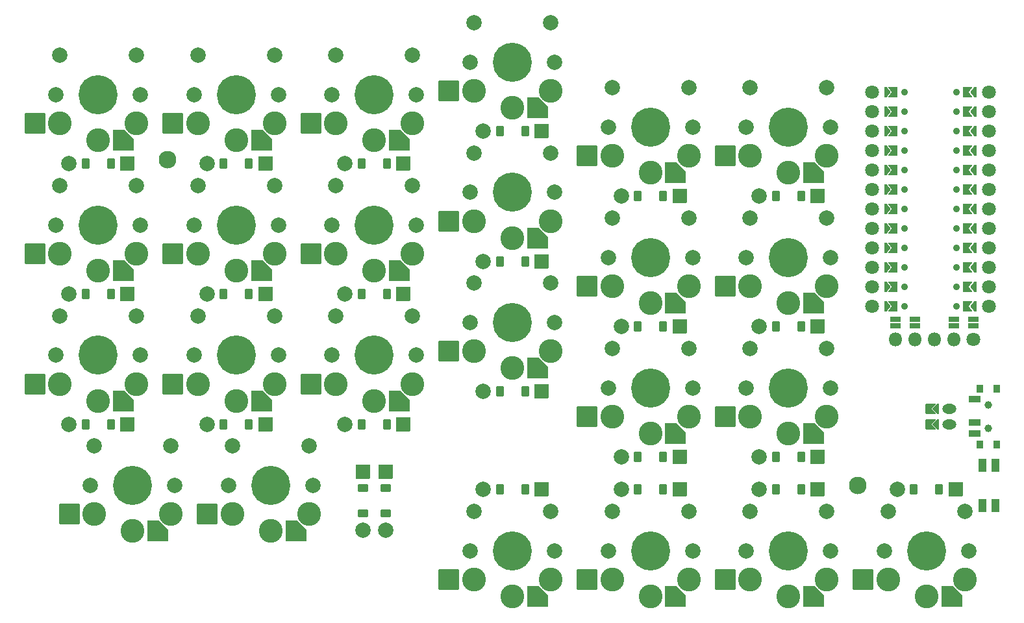
<source format=gbr>
%TF.GenerationSoftware,KiCad,Pcbnew,8.0.7*%
%TF.CreationDate,2025-01-05T11:09:37-06:00*%
%TF.ProjectId,omega_pcb_mbx_b0.2,6f6d6567-615f-4706-9362-5f6d62785f62,v1.0.0*%
%TF.SameCoordinates,Original*%
%TF.FileFunction,Soldermask,Bot*%
%TF.FilePolarity,Negative*%
%FSLAX46Y46*%
G04 Gerber Fmt 4.6, Leading zero omitted, Abs format (unit mm)*
G04 Created by KiCad (PCBNEW 8.0.7) date 2025-01-05 11:09:37*
%MOMM*%
%LPD*%
G01*
G04 APERTURE LIST*
G04 Aperture macros list*
%AMRoundRect*
0 Rectangle with rounded corners*
0 $1 Rounding radius*
0 $2 $3 $4 $5 $6 $7 $8 $9 X,Y pos of 4 corners*
0 Add a 4 corners polygon primitive as box body*
4,1,4,$2,$3,$4,$5,$6,$7,$8,$9,$2,$3,0*
0 Add four circle primitives for the rounded corners*
1,1,$1+$1,$2,$3*
1,1,$1+$1,$4,$5*
1,1,$1+$1,$6,$7*
1,1,$1+$1,$8,$9*
0 Add four rect primitives between the rounded corners*
20,1,$1+$1,$2,$3,$4,$5,0*
20,1,$1+$1,$4,$5,$6,$7,0*
20,1,$1+$1,$6,$7,$8,$9,0*
20,1,$1+$1,$8,$9,$2,$3,0*%
%AMFreePoly0*
4,1,14,1.335355,1.335355,1.350000,1.300000,1.350000,-1.300000,1.335355,-1.335355,1.300000,-1.350000,-0.117000,-1.350000,-0.152355,-1.335355,-1.335355,-0.152355,-1.350000,-0.117000,-1.350000,1.300000,-1.335355,1.335355,-1.300000,1.350000,1.300000,1.350000,1.335355,1.335355,1.335355,1.335355,$1*%
%AMFreePoly1*
4,1,16,0.635355,0.285355,0.650000,0.250000,0.650000,-1.000000,0.635355,-1.035355,0.600000,-1.050000,0.564645,-1.035355,0.000000,-0.470710,-0.564645,-1.035355,-0.600000,-1.050000,-0.635355,-1.035355,-0.650000,-1.000000,-0.650000,0.250000,-0.635355,0.285355,-0.600000,0.300000,0.600000,0.300000,0.635355,0.285355,0.635355,0.285355,$1*%
%AMFreePoly2*
4,1,14,0.035355,0.435355,0.635355,-0.164645,0.650000,-0.200000,0.650000,-0.400000,0.635355,-0.435355,0.600000,-0.450000,-0.600000,-0.450000,-0.635355,-0.435355,-0.650000,-0.400000,-0.650000,-0.200000,-0.635355,-0.164645,-0.035355,0.435355,0.000000,0.450000,0.035355,0.435355,0.035355,0.435355,$1*%
%AMFreePoly3*
4,1,16,-0.214645,0.660355,-0.210957,0.656235,0.289043,0.031235,0.299694,-0.005522,0.289043,-0.031235,-0.210957,-0.656235,-0.244478,-0.674694,-0.250000,-0.675000,-0.500000,-0.675000,-0.535355,-0.660355,-0.550000,-0.625000,-0.550000,0.625000,-0.535355,0.660355,-0.500000,0.675000,-0.250000,0.675000,-0.214645,0.660355,-0.214645,0.660355,$1*%
%AMFreePoly4*
4,1,16,0.535355,0.660355,0.550000,0.625000,0.550000,-0.625000,0.535355,-0.660355,0.500000,-0.675000,-0.650000,-0.675000,-0.685355,-0.660355,-0.700000,-0.625000,-0.689043,-0.593765,-0.214031,0.000000,-0.689043,0.593765,-0.699694,0.630522,-0.681235,0.664043,-0.650000,0.675000,0.500000,0.675000,0.535355,0.660355,0.535355,0.660355,$1*%
G04 Aperture macros list end*
%ADD10RoundRect,0.050000X0.889000X0.889000X-0.889000X0.889000X-0.889000X-0.889000X0.889000X-0.889000X0*%
%ADD11RoundRect,0.050000X0.450000X0.600000X-0.450000X0.600000X-0.450000X-0.600000X0.450000X-0.600000X0*%
%ADD12C,2.005000*%
%ADD13C,2.300000*%
%ADD14O,1.800000X1.800000*%
%ADD15C,1.800000*%
%ADD16RoundRect,0.050000X-0.600000X0.300000X-0.600000X-0.300000X0.600000X-0.300000X0.600000X0.300000X0*%
%ADD17RoundRect,0.050000X-0.889000X0.889000X-0.889000X-0.889000X0.889000X-0.889000X0.889000X0.889000X0*%
%ADD18RoundRect,0.050000X-0.600000X0.450000X-0.600000X-0.450000X0.600000X-0.450000X0.600000X0.450000X0*%
%ADD19C,2.000000*%
%ADD20C,3.100000*%
%ADD21C,5.100000*%
%ADD22FreePoly0,180.000000*%
%ADD23RoundRect,0.050000X1.300000X1.300000X-1.300000X1.300000X-1.300000X-1.300000X1.300000X-1.300000X0*%
%ADD24RoundRect,0.050000X0.500000X-0.775000X0.500000X0.775000X-0.500000X0.775000X-0.500000X-0.775000X0*%
%ADD25FreePoly1,90.000000*%
%ADD26O,1.850000X1.300000*%
%ADD27FreePoly2,90.000000*%
%ADD28FreePoly3,180.000000*%
%ADD29FreePoly3,0.000000*%
%ADD30FreePoly4,0.000000*%
%ADD31C,0.900000*%
%ADD32FreePoly4,180.000000*%
%ADD33RoundRect,0.050000X-0.400000X0.500000X-0.400000X-0.500000X0.400000X-0.500000X0.400000X0.500000X0*%
%ADD34C,1.000000*%
%ADD35RoundRect,0.050000X-0.750000X0.350000X-0.750000X-0.350000X0.750000X-0.350000X0.750000X0.350000X0*%
G04 APERTURE END LIST*
D10*
%TO.C,D21*%
X133810000Y-97500000D03*
D11*
X131650000Y-97500000D03*
X128350000Y-97500000D03*
D12*
X126190000Y-97500000D03*
%TD*%
D10*
%TO.C,D6*%
X61810000Y-55000000D03*
D11*
X59650000Y-55000000D03*
X56350000Y-55000000D03*
D12*
X54190000Y-55000000D03*
%TD*%
D10*
%TO.C,D18*%
X133810000Y-59250000D03*
D11*
X131650000Y-59250000D03*
X128350000Y-59250000D03*
D12*
X126190000Y-59250000D03*
%TD*%
D10*
%TO.C,D10*%
X97810000Y-84750000D03*
D11*
X95650000Y-84750000D03*
X92350000Y-84750000D03*
D12*
X90190000Y-84750000D03*
%TD*%
D10*
%TO.C,D16*%
X133810000Y-93250000D03*
D11*
X131650000Y-93250000D03*
X128350000Y-93250000D03*
D12*
X126190000Y-93250000D03*
%TD*%
D10*
%TO.C,D7*%
X79810000Y-89000000D03*
D11*
X77650000Y-89000000D03*
X74350000Y-89000000D03*
D12*
X72190000Y-89000000D03*
%TD*%
D10*
%TO.C,D2*%
X43810000Y-72000000D03*
D11*
X41650000Y-72000000D03*
X38350000Y-72000000D03*
D12*
X36190000Y-72000000D03*
%TD*%
D10*
%TO.C,D3*%
X43810000Y-55000000D03*
D11*
X41650000Y-55000000D03*
X38350000Y-55000000D03*
D12*
X36190000Y-55000000D03*
%TD*%
D10*
%TO.C,D17*%
X133810000Y-76250000D03*
D11*
X131650000Y-76250000D03*
X128350000Y-76250000D03*
D12*
X126190000Y-76250000D03*
%TD*%
D13*
%TO.C,MH1*%
X49000000Y-54500000D03*
%TD*%
D14*
%TO.C,DISP1*%
X143920000Y-77950000D03*
X146460000Y-77950000D03*
X149000000Y-77950000D03*
X151540000Y-77950000D03*
D15*
X154080000Y-77950000D03*
D16*
X154080000Y-76200000D03*
X151540000Y-76200000D03*
X146460000Y-76200000D03*
X143920000Y-76200000D03*
X154080000Y-75300000D03*
X151540000Y-75300000D03*
X146460000Y-75300000D03*
X143920000Y-75300000D03*
%TD*%
D10*
%TO.C,D1*%
X43810000Y-89000000D03*
D11*
X41650000Y-89000000D03*
X38350000Y-89000000D03*
D12*
X36190000Y-89000000D03*
%TD*%
D10*
%TO.C,D8*%
X79810000Y-72000000D03*
D11*
X77650000Y-72000000D03*
X74350000Y-72000000D03*
D12*
X72190000Y-72000000D03*
%TD*%
D10*
%TO.C,D22*%
X151810000Y-97500000D03*
D11*
X149650000Y-97500000D03*
X146350000Y-97500000D03*
D12*
X144190000Y-97500000D03*
%TD*%
D17*
%TO.C,D23*%
X77500000Y-95190000D03*
D18*
X77500000Y-97350000D03*
X77500000Y-100650000D03*
D12*
X77500000Y-102810000D03*
%TD*%
D13*
%TO.C,MH2*%
X139000000Y-97000000D03*
%TD*%
D10*
%TO.C,D4*%
X61810000Y-89000000D03*
D11*
X59650000Y-89000000D03*
X56350000Y-89000000D03*
D12*
X54190000Y-89000000D03*
%TD*%
D10*
%TO.C,D13*%
X115810000Y-93250000D03*
D11*
X113650000Y-93250000D03*
X110350000Y-93250000D03*
D12*
X108190000Y-93250000D03*
%TD*%
D10*
%TO.C,D12*%
X97810000Y-50750000D03*
D11*
X95650000Y-50750000D03*
X92350000Y-50750000D03*
D12*
X90190000Y-50750000D03*
%TD*%
D10*
%TO.C,D19*%
X97810000Y-97500000D03*
D11*
X95650000Y-97500000D03*
X92350000Y-97500000D03*
D12*
X90190000Y-97500000D03*
%TD*%
D10*
%TO.C,D11*%
X97810000Y-67750000D03*
D11*
X95650000Y-67750000D03*
X92350000Y-67750000D03*
D12*
X90190000Y-67750000D03*
%TD*%
D17*
%TO.C,D24*%
X74500000Y-95190000D03*
D18*
X74500000Y-97350000D03*
X74500000Y-100650000D03*
D12*
X74500000Y-102810000D03*
%TD*%
D10*
%TO.C,D9*%
X79810000Y-55000000D03*
D11*
X77650000Y-55000000D03*
X74350000Y-55000000D03*
D12*
X72190000Y-55000000D03*
%TD*%
D10*
%TO.C,D20*%
X115810000Y-97500000D03*
D11*
X113650000Y-97500000D03*
X110350000Y-97500000D03*
D12*
X108190000Y-97500000D03*
%TD*%
D10*
%TO.C,D15*%
X115810000Y-59250000D03*
D11*
X113650000Y-59250000D03*
X110350000Y-59250000D03*
D12*
X108190000Y-59250000D03*
%TD*%
D10*
%TO.C,D14*%
X115810000Y-76250000D03*
D11*
X113650000Y-76250000D03*
X110350000Y-76250000D03*
D12*
X108190000Y-76250000D03*
%TD*%
D10*
%TO.C,D5*%
X61810000Y-72000000D03*
D11*
X59650000Y-72000000D03*
X56350000Y-72000000D03*
D12*
X54190000Y-72000000D03*
%TD*%
D19*
%TO.C,S21*%
X99500000Y-105500000D03*
D20*
X99000000Y-109250000D03*
D19*
X99000000Y-100350000D03*
D20*
X94000000Y-111450000D03*
D21*
X94000000Y-105500000D03*
D20*
X89000000Y-109250000D03*
D19*
X89000000Y-100350000D03*
X88500000Y-105500000D03*
D22*
X97275000Y-111450000D03*
D23*
X85725000Y-109250000D03*
%TD*%
D24*
%TO.C,RST1*%
X157000000Y-94375000D03*
X155300000Y-94375000D03*
X157000000Y-99625000D03*
X155300000Y-99625000D03*
%TD*%
D19*
%TO.C,S20*%
X68000000Y-97000000D03*
D20*
X67500000Y-100750000D03*
D19*
X67500000Y-91850000D03*
D20*
X62500000Y-102950000D03*
D21*
X62500000Y-97000000D03*
D20*
X57500000Y-100750000D03*
D19*
X57500000Y-91850000D03*
X57000000Y-97000000D03*
D22*
X65775000Y-102950000D03*
D23*
X54225000Y-100750000D03*
%TD*%
D19*
%TO.C,S5*%
X63500000Y-63000000D03*
D20*
X63000000Y-66750000D03*
D19*
X63000000Y-57850000D03*
D20*
X58000000Y-68950000D03*
D21*
X58000000Y-63000000D03*
D20*
X53000000Y-66750000D03*
D19*
X53000000Y-57850000D03*
X52500000Y-63000000D03*
D22*
X61275000Y-68950000D03*
D23*
X49725000Y-66750000D03*
%TD*%
D19*
%TO.C,S13*%
X117500000Y-84250000D03*
D20*
X117000000Y-88000000D03*
D19*
X117000000Y-79100000D03*
D20*
X112000000Y-90200000D03*
D21*
X112000000Y-84250000D03*
D20*
X107000000Y-88000000D03*
D19*
X107000000Y-79100000D03*
X106500000Y-84250000D03*
D22*
X115275000Y-90200000D03*
D23*
X103725000Y-88000000D03*
%TD*%
D19*
%TO.C,S4*%
X63500000Y-80000000D03*
D20*
X63000000Y-83750000D03*
D19*
X63000000Y-74850000D03*
D20*
X58000000Y-85950000D03*
D21*
X58000000Y-80000000D03*
D20*
X53000000Y-83750000D03*
D19*
X53000000Y-74850000D03*
X52500000Y-80000000D03*
D22*
X61275000Y-85950000D03*
D23*
X49725000Y-83750000D03*
%TD*%
D19*
%TO.C,S6*%
X63500000Y-46000000D03*
D20*
X63000000Y-49750000D03*
D19*
X63000000Y-40850000D03*
D20*
X58000000Y-51950000D03*
D21*
X58000000Y-46000000D03*
D20*
X53000000Y-49750000D03*
D19*
X53000000Y-40850000D03*
X52500000Y-46000000D03*
D22*
X61275000Y-51950000D03*
D23*
X49725000Y-49750000D03*
%TD*%
D19*
%TO.C,S11*%
X99500000Y-58750000D03*
D20*
X99000000Y-62500000D03*
D19*
X99000000Y-53600000D03*
D20*
X94000000Y-64700000D03*
D21*
X94000000Y-58750000D03*
D20*
X89000000Y-62500000D03*
D19*
X89000000Y-53600000D03*
X88500000Y-58750000D03*
D22*
X97275000Y-64700000D03*
D23*
X85725000Y-62500000D03*
%TD*%
D19*
%TO.C,S12*%
X99500000Y-41750000D03*
D20*
X99000000Y-45500000D03*
D19*
X99000000Y-36600000D03*
D20*
X94000000Y-47700000D03*
D21*
X94000000Y-41750000D03*
D20*
X89000000Y-45500000D03*
D19*
X89000000Y-36600000D03*
X88500000Y-41750000D03*
D22*
X97275000Y-47700000D03*
D23*
X85725000Y-45500000D03*
%TD*%
D19*
%TO.C,S2*%
X45500000Y-63000000D03*
D20*
X45000000Y-66750000D03*
D19*
X45000000Y-57850000D03*
D20*
X40000000Y-68950000D03*
D21*
X40000000Y-63000000D03*
D20*
X35000000Y-66750000D03*
D19*
X35000000Y-57850000D03*
X34500000Y-63000000D03*
D22*
X43275000Y-68950000D03*
D23*
X31725000Y-66750000D03*
%TD*%
D19*
%TO.C,S3*%
X45500000Y-46000000D03*
D20*
X45000000Y-49750000D03*
D19*
X45000000Y-40850000D03*
D20*
X40000000Y-51950000D03*
D21*
X40000000Y-46000000D03*
D20*
X35000000Y-49750000D03*
D19*
X35000000Y-40850000D03*
X34500000Y-46000000D03*
D22*
X43275000Y-51950000D03*
D23*
X31725000Y-49750000D03*
%TD*%
D25*
%TO.C,JST1*%
X148184000Y-89000000D03*
X148184000Y-87000000D03*
D26*
X151000000Y-87000000D03*
X151000000Y-89000000D03*
D27*
X149200000Y-87000000D03*
X149200000Y-89000000D03*
%TD*%
D28*
%TO.C,MCU1*%
X154000000Y-45650000D03*
D15*
X156120000Y-45650000D03*
D28*
X154000000Y-48190000D03*
D15*
X156120000Y-48190000D03*
D28*
X154000000Y-50730000D03*
D15*
X156120000Y-50730000D03*
D28*
X154000000Y-53270000D03*
D15*
X156120000Y-53270000D03*
D28*
X154000000Y-55810000D03*
D15*
X156120000Y-55810000D03*
D28*
X154000000Y-58350000D03*
D15*
X156120000Y-58350000D03*
D28*
X154000000Y-60890000D03*
D15*
X156120000Y-60890000D03*
D28*
X154000000Y-63430000D03*
D15*
X156120000Y-63430000D03*
D28*
X154000000Y-65970000D03*
D15*
X156120000Y-65970000D03*
D28*
X154000000Y-68510000D03*
D15*
X156120000Y-68510000D03*
D28*
X154000000Y-71050000D03*
D15*
X156120000Y-71050000D03*
D28*
X154000000Y-73590000D03*
D15*
X156120000Y-73590000D03*
X140880000Y-73590000D03*
D29*
X143000000Y-73590000D03*
D15*
X140880000Y-71050000D03*
D29*
X143000000Y-71050000D03*
D15*
X140880000Y-68510000D03*
D29*
X143000000Y-68510000D03*
D15*
X140880000Y-65970000D03*
D29*
X143000000Y-65970000D03*
D15*
X140880000Y-63430000D03*
D29*
X143000000Y-63430000D03*
D15*
X140880000Y-60890000D03*
D29*
X143000000Y-60890000D03*
D15*
X140880000Y-58350000D03*
D29*
X143000000Y-58350000D03*
D15*
X140880000Y-55810000D03*
D29*
X143000000Y-55810000D03*
D15*
X140880000Y-53270000D03*
D29*
X143000000Y-53270000D03*
D15*
X140880000Y-50730000D03*
D29*
X143000000Y-50730000D03*
D15*
X140880000Y-48190000D03*
D29*
X143000000Y-48190000D03*
D15*
X140880000Y-45650000D03*
D29*
X143000000Y-45650000D03*
D30*
X143725000Y-45650000D03*
D31*
X151900000Y-45650000D03*
D30*
X143725000Y-48190000D03*
D31*
X151900000Y-48190000D03*
D30*
X143725000Y-50730000D03*
D31*
X151900000Y-50730000D03*
D30*
X143725000Y-53270000D03*
D31*
X151900000Y-53270000D03*
D30*
X143725000Y-55810000D03*
D31*
X151900000Y-55810000D03*
D30*
X143725000Y-58350000D03*
D31*
X151900000Y-58350000D03*
D30*
X143725000Y-60890000D03*
D31*
X151900000Y-60890000D03*
D30*
X143725000Y-63430000D03*
D31*
X151900000Y-63430000D03*
D30*
X143725000Y-65970000D03*
D31*
X151900000Y-65970000D03*
D30*
X143725000Y-68510000D03*
D31*
X151900000Y-68510000D03*
D30*
X143725000Y-71050000D03*
D31*
X151900000Y-71050000D03*
D30*
X143725000Y-73590000D03*
D31*
X151900000Y-73590000D03*
X145100000Y-73590000D03*
D32*
X153275000Y-73590000D03*
D31*
X145100000Y-71050000D03*
D32*
X153275000Y-71050000D03*
D31*
X145100000Y-68510000D03*
D32*
X153275000Y-68510000D03*
D31*
X145100000Y-65970000D03*
D32*
X153275000Y-65970000D03*
D31*
X145100000Y-63430000D03*
D32*
X153275000Y-63430000D03*
D31*
X145100000Y-60890000D03*
D32*
X153275000Y-60890000D03*
D31*
X145100000Y-58350000D03*
D32*
X153275000Y-58350000D03*
D31*
X145100000Y-55810000D03*
D32*
X153275000Y-55810000D03*
D31*
X145100000Y-53270000D03*
D32*
X153275000Y-53270000D03*
D31*
X145100000Y-50730000D03*
D32*
X153275000Y-50730000D03*
D31*
X145100000Y-48190000D03*
D32*
X153275000Y-48190000D03*
D31*
X145100000Y-45650000D03*
D32*
X153275000Y-45650000D03*
%TD*%
D19*
%TO.C,S18*%
X135500000Y-50250000D03*
D20*
X135000000Y-54000000D03*
D19*
X135000000Y-45100000D03*
D20*
X130000000Y-56200000D03*
D21*
X130000000Y-50250000D03*
D20*
X125000000Y-54000000D03*
D19*
X125000000Y-45100000D03*
X124500000Y-50250000D03*
D22*
X133275000Y-56200000D03*
D23*
X121725000Y-54000000D03*
%TD*%
D19*
%TO.C,S22*%
X117500000Y-105500000D03*
D20*
X117000000Y-109250000D03*
D19*
X117000000Y-100350000D03*
D20*
X112000000Y-111450000D03*
D21*
X112000000Y-105500000D03*
D20*
X107000000Y-109250000D03*
D19*
X107000000Y-100350000D03*
X106500000Y-105500000D03*
D22*
X115275000Y-111450000D03*
D23*
X103725000Y-109250000D03*
%TD*%
D19*
%TO.C,S7*%
X81500000Y-80000000D03*
D20*
X81000000Y-83750000D03*
D19*
X81000000Y-74850000D03*
D20*
X76000000Y-85950000D03*
D21*
X76000000Y-80000000D03*
D20*
X71000000Y-83750000D03*
D19*
X71000000Y-74850000D03*
X70500000Y-80000000D03*
D22*
X79275000Y-85950000D03*
D23*
X67725000Y-83750000D03*
%TD*%
D19*
%TO.C,S1*%
X45500000Y-80000000D03*
D20*
X45000000Y-83750000D03*
D19*
X45000000Y-74850000D03*
D20*
X40000000Y-85950000D03*
D21*
X40000000Y-80000000D03*
D20*
X35000000Y-83750000D03*
D19*
X35000000Y-74850000D03*
X34500000Y-80000000D03*
D22*
X43275000Y-85950000D03*
D23*
X31725000Y-83750000D03*
%TD*%
D19*
%TO.C,S24*%
X153500000Y-105500000D03*
D20*
X153000000Y-109250000D03*
D19*
X153000000Y-100350000D03*
D20*
X148000000Y-111450000D03*
D21*
X148000000Y-105500000D03*
D20*
X143000000Y-109250000D03*
D19*
X143000000Y-100350000D03*
X142500000Y-105500000D03*
D22*
X151275000Y-111450000D03*
D23*
X139725000Y-109250000D03*
%TD*%
D19*
%TO.C,S15*%
X117500000Y-50250000D03*
D20*
X117000000Y-54000000D03*
D19*
X117000000Y-45100000D03*
D20*
X112000000Y-56200000D03*
D21*
X112000000Y-50250000D03*
D20*
X107000000Y-54000000D03*
D19*
X107000000Y-45100000D03*
X106500000Y-50250000D03*
D22*
X115275000Y-56200000D03*
D23*
X103725000Y-54000000D03*
%TD*%
D19*
%TO.C,S19*%
X50000000Y-97000000D03*
D20*
X49500000Y-100750000D03*
D19*
X49500000Y-91850000D03*
D20*
X44500000Y-102950000D03*
D21*
X44500000Y-97000000D03*
D20*
X39500000Y-100750000D03*
D19*
X39500000Y-91850000D03*
X39000000Y-97000000D03*
D22*
X47775000Y-102950000D03*
D23*
X36225000Y-100750000D03*
%TD*%
D19*
%TO.C,S23*%
X135500000Y-105500000D03*
D20*
X135000000Y-109250000D03*
D19*
X135000000Y-100350000D03*
D20*
X130000000Y-111450000D03*
D21*
X130000000Y-105500000D03*
D20*
X125000000Y-109250000D03*
D19*
X125000000Y-100350000D03*
X124500000Y-105500000D03*
D22*
X133275000Y-111450000D03*
D23*
X121725000Y-109250000D03*
%TD*%
D19*
%TO.C,S17*%
X135500000Y-67250000D03*
D20*
X135000000Y-71000000D03*
D19*
X135000000Y-62100000D03*
D20*
X130000000Y-73200000D03*
D21*
X130000000Y-67250000D03*
D20*
X125000000Y-71000000D03*
D19*
X125000000Y-62100000D03*
X124500000Y-67250000D03*
D22*
X133275000Y-73200000D03*
D23*
X121725000Y-71000000D03*
%TD*%
D33*
%TO.C,PWR1*%
X154915000Y-84350000D03*
X154915000Y-91650000D03*
D34*
X156025000Y-86500000D03*
X156025000Y-89500000D03*
D33*
X157125000Y-84350000D03*
X157125000Y-91650000D03*
D35*
X154265000Y-85750000D03*
X154265000Y-88750000D03*
X154265000Y-90250000D03*
%TD*%
D19*
%TO.C,S9*%
X81500000Y-46000000D03*
D20*
X81000000Y-49750000D03*
D19*
X81000000Y-40850000D03*
D20*
X76000000Y-51950000D03*
D21*
X76000000Y-46000000D03*
D20*
X71000000Y-49750000D03*
D19*
X71000000Y-40850000D03*
X70500000Y-46000000D03*
D22*
X79275000Y-51950000D03*
D23*
X67725000Y-49750000D03*
%TD*%
D19*
%TO.C,S16*%
X135500000Y-84250000D03*
D20*
X135000000Y-88000000D03*
D19*
X135000000Y-79100000D03*
D20*
X130000000Y-90200000D03*
D21*
X130000000Y-84250000D03*
D20*
X125000000Y-88000000D03*
D19*
X125000000Y-79100000D03*
X124500000Y-84250000D03*
D22*
X133275000Y-90200000D03*
D23*
X121725000Y-88000000D03*
%TD*%
D19*
%TO.C,S10*%
X99500000Y-75750000D03*
D20*
X99000000Y-79500000D03*
D19*
X99000000Y-70600000D03*
D20*
X94000000Y-81700000D03*
D21*
X94000000Y-75750000D03*
D20*
X89000000Y-79500000D03*
D19*
X89000000Y-70600000D03*
X88500000Y-75750000D03*
D22*
X97275000Y-81700000D03*
D23*
X85725000Y-79500000D03*
%TD*%
D19*
%TO.C,S14*%
X117500000Y-67250000D03*
D20*
X117000000Y-71000000D03*
D19*
X117000000Y-62100000D03*
D20*
X112000000Y-73200000D03*
D21*
X112000000Y-67250000D03*
D20*
X107000000Y-71000000D03*
D19*
X107000000Y-62100000D03*
X106500000Y-67250000D03*
D22*
X115275000Y-73200000D03*
D23*
X103725000Y-71000000D03*
%TD*%
D19*
%TO.C,S8*%
X81500000Y-63000000D03*
D20*
X81000000Y-66750000D03*
D19*
X81000000Y-57850000D03*
D20*
X76000000Y-68950000D03*
D21*
X76000000Y-63000000D03*
D20*
X71000000Y-66750000D03*
D19*
X71000000Y-57850000D03*
X70500000Y-63000000D03*
D22*
X79275000Y-68950000D03*
D23*
X67725000Y-66750000D03*
%TD*%
M02*

</source>
